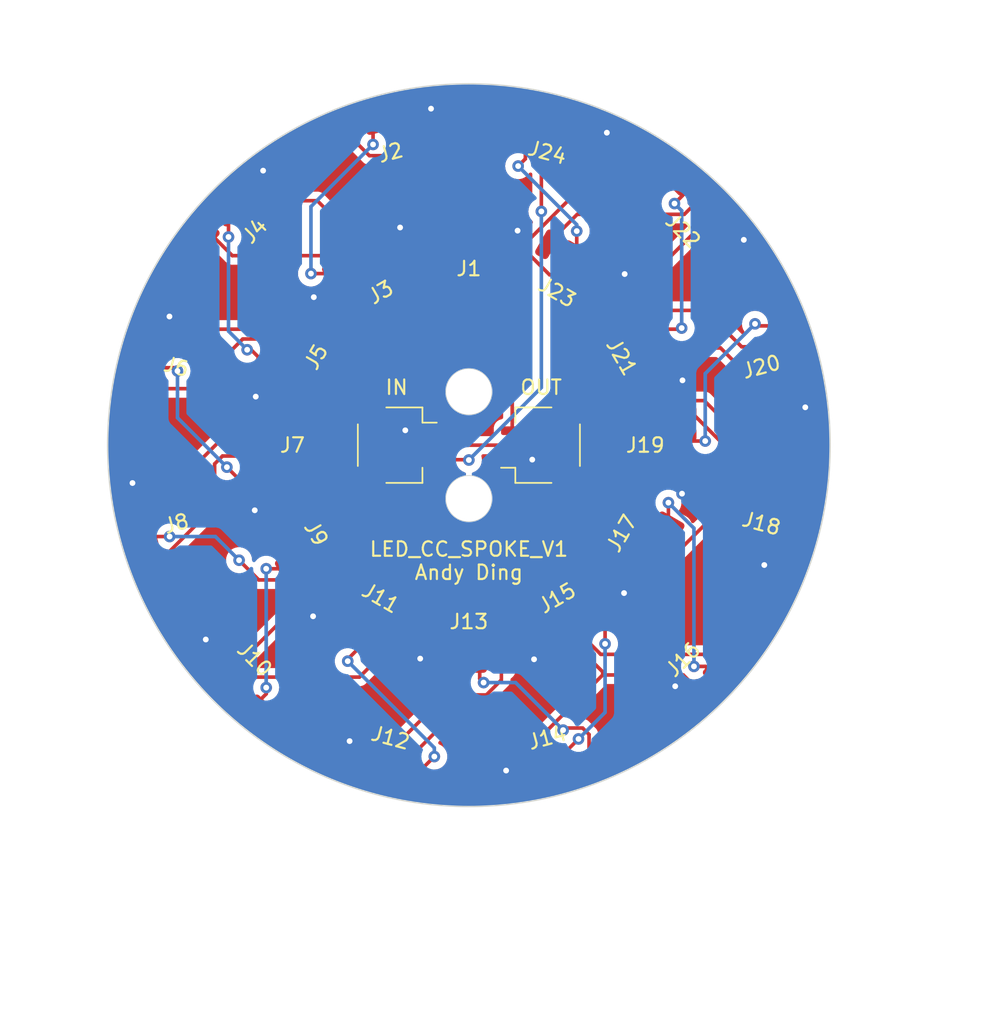
<source format=kicad_pcb>
(kicad_pcb (version 20221018) (generator pcbnew)
  (layers (0 "F.Cu" signal) (31 "B.Cu" signal) (34 "B.Paste" user) (35 "F.Paste" user) (36 "B.SilkS" user "B.Silkscreen") (37 "F.SilkS" user "F.Silkscreen") (38 "B.Mask" user) (39 "F.Mask" user) (44 "Edge.Cuts" user))
  (net 0 "")
  (net 1 "Net-(J1-Pin_3)")
  (net 2 "Net-(J2-Pin_3)")
  (net 3 "Net-(J3-Pin_3)")
  (net 4 "Net-(J4-Pin_3)")
  (net 5 "Net-(J5-Pin_3)")
  (net 6 "Net-(J6-Pin_3)")
  (net 7 "Net-(J7-Pin_3)")
  (net 8 "Net-(J8-Pin_3)")
  (net 9 "Net-(J10-Pin_3)")
  (net 10 "Net-(J10-Pin_4)")
  (net 11 "Net-(J11-Pin_3)")
  (net 12 "Net-(J12-Pin_3)")
  (net 13 "Net-(J14-Pin_3)")
  (net 14 "Net-(J15-Pin_3)")
  (net 15 "Net-(J16-Pin_3)")
  (net 16 "Net-(J17-Pin_3)")
  (net 17 "Net-(J18-Pin_3)")
  (net 18 "Net-(J19-Pin_3)")
  (net 19 "Net-(J20-Pin_3)")
  (net 20 "Net-(J21-Pin_3)")
  (net 21 "Net-(J22-Pin_3)")
  (net 22 "Net-(J23-Pin_3)")
  (net 23 "GND")
  (net 24 "VDD")
  (net 25 "Net-(J13-Pin_3)")
  (net 26 "DOUT")
  (net 27 "DIN")
  (footprint "Connector_JST:JST_SH_SM03B-SRSS-TB_1x03-1MP_P1.00mm_Horizontal" (layer "F.Cu") (at 155 100 90)
    (fp_text reference "OUT" (at 4 0 180) (layer "F.SilkS"))
    (fp_text value "Out")
    (fp_line (start -2.61 -1.785) (end -1.56 -1.785) (stroke (width 0.12)) (layer "F.SilkS"))
    (fp_line (start -2.61 0.715) (end -2.61 -1.785) (stroke (width 0.12)) (layer "F.SilkS"))
    (fp_line (start -1.56 -1.785) (end -1.56 -2.775) (stroke (width 0.12)) (layer "F.SilkS"))
    (fp_line (start -1.44 2.685) (end 1.44 2.685) (stroke (width 0.12)) (layer "F.SilkS"))
    (fp_line (start 2.61 -1.785) (end 1.56 -1.785) (stroke (width 0.12)) (layer "F.SilkS"))
    (fp_line (start 2.61 0.715) (end 2.61 -1.785) (stroke (width 0.12)) (layer "F.SilkS"))
    (pad "1" smd roundrect (at -1 -2 90) (size 0.6 1.55) (layers "F.Cu" "F.Paste" "F.Mask") (net 23 "GND"))
    (pad "2" smd roundrect (at 0 -2 90) (size 0.6 1.55) (layers "F.Cu" "F.Paste" "F.Mask") (net 24 "VDD"))
    (pad "3" smd roundrect (at 1 -2 90) (size 0.6 1.55) (layers "F.Cu" "F.Paste" "F.Mask") (net 26 "DOUT"))
    (pad "MP" smd roundrect (at -2.3 1.875 90) (size 1.2 1.8) (layers "F.Cu" "F.Paste" "F.Mask") (roundrect_rratio 0.2083333333))
    (pad "MP" smd roundrect (at 2.3 1.875 90) (size 1.2 1.8) (layers "F.Cu" "F.Paste" "F.Mask") (roundrect_rratio 0.2083333333))
  )
  (footprint "Library:SolderWirePad_1x04_SMD_1x2mm" (layer "F.Cu") (at 135.25 100 -90)
    (fp_text reference "J7" (at 0 -2.54 -180) (layer "F.SilkS"))
    (fp_text value "Conn_01x04")
    (pad "1" smd roundrect (at -2.25 0 270) (size 1 2) (layers "F.Cu" "F.Paste" "F.Mask") (net 23 "GND"))
    (pad "2" smd roundrect (at -0.75 0 270) (size 1 2) (layers "F.Cu" "F.Paste" "F.Mask") (net 24 "VDD"))
    (pad "3" smd roundrect (at 0.75 0 270) (size 1 2) (layers "F.Cu" "F.Paste" "F.Mask") (net 7 "Net-(J7-Pin_3)"))
    (pad "4" smd roundrect (at 2.25 0 270) (size 1 2) (layers "F.Cu" "F.Paste" "F.Mask") (net 6 "Net-(J6-Pin_3)"))
  )
  (footprint "Library:SolderWirePad_1x04_SMD_1x2mm" (layer "F.Cu") (at 172.699 106.0821 75)
    (fp_text reference "J18" (at 0 -2.54 165) (layer "F.SilkS"))
    (fp_text value "Conn_01x04")
    (pad "1" smd roundrect (at -2.25 0 75) (size 1 2) (layers "F.Cu" "F.Paste" "F.Mask") (net 23 "GND"))
    (pad "2" smd roundrect (at -0.75 0 75) (size 1 2) (layers "F.Cu" "F.Paste" "F.Mask") (net 24 "VDD"))
    (pad "3" smd roundrect (at 0.75 0 75) (size 1 2) (layers "F.Cu" "F.Paste" "F.Mask") (net 17 "Net-(J18-Pin_3)"))
    (pad "4" smd roundrect (at 2.25 0 75) (size 1 2) (layers "F.Cu" "F.Paste" "F.Mask") (net 16 "Net-(J17-Pin_3)"))
  )
  (footprint "Library:SolderWirePad_1x04_SMD_1x2mm" (layer "F.Cu") (at 137.2261 107.375 -60)
    (fp_text reference "J9" (at 0 -2.54 120) (layer "F.SilkS"))
    (fp_text value "Conn_01x04")
    (pad "1" smd roundrect (at -2.25 0 300) (size 1 2) (layers "F.Cu" "F.Paste" "F.Mask") (net 23 "GND"))
    (pad "2" smd roundrect (at -0.75 0 300) (size 1 2) (layers "F.Cu" "F.Paste" "F.Mask") (net 24 "VDD"))
    (pad "3" smd roundrect (at 0.75 0 300) (size 1 2) (layers "F.Cu" "F.Paste" "F.Mask") (net 10 "Net-(J10-Pin_4)"))
    (pad "4" smd roundrect (at 2.25 0 300) (size 1 2) (layers "F.Cu" "F.Paste" "F.Mask") (net 8 "Net-(J8-Pin_3)"))
  )
  (footprint "Library:SolderWirePad_1x04_SMD_1x2mm" (layer "F.Cu") (at 143.9179 122.699 -15)
    (fp_text reference "J12" (at 0 -2.54 165) (layer "F.SilkS"))
    (fp_text value "Conn_01x04")
    (pad "1" smd roundrect (at -2.25 0 345) (size 1 2) (layers "F.Cu" "F.Paste" "F.Mask") (net 23 "GND"))
    (pad "2" smd roundrect (at -0.75 0 345) (size 1 2) (layers "F.Cu" "F.Paste" "F.Mask") (net 24 "VDD"))
    (pad "3" smd roundrect (at 0.75 0 345) (size 1 2) (layers "F.Cu" "F.Paste" "F.Mask") (net 12 "Net-(J12-Pin_3)"))
    (pad "4" smd roundrect (at 2.25 0 345) (size 1 2) (layers "F.Cu" "F.Paste" "F.Mask") (net 11 "Net-(J11-Pin_3)"))
  )
  (footprint "Library:SolderWirePad_1x04_SMD_1x2mm" (layer "F.Cu") (at 166.6169 116.6168 45)
    (fp_text reference "J16" (at 0 -2.54 45) (layer "F.SilkS"))
    (fp_text value "Conn_01x04")
    (pad "1" smd roundrect (at -2.25 0 45) (size 1 2) (layers "F.Cu" "F.Paste" "F.Mask") (net 23 "GND"))
    (pad "2" smd roundrect (at -0.75 0 45) (size 1 2) (layers "F.Cu" "F.Paste" "F.Mask") (net 24 "VDD"))
    (pad "3" smd roundrect (at 0.75 0 45) (size 1 2) (layers "F.Cu" "F.Paste" "F.Mask") (net 15 "Net-(J16-Pin_3)"))
    (pad "4" smd roundrect (at 2.25 0 45) (size 1 2) (layers "F.Cu" "F.Paste" "F.Mask") (net 14 "Net-(J15-Pin_3)"))
  )
  (footprint "Library:SolderWirePad_1x04_SMD_1x2mm" (layer "F.Cu") (at 127.301 93.9179 -105)
    (fp_text reference "J6" (at 0 -2.54 -195) (layer "F.SilkS"))
    (fp_text value "Conn_01x04")
    (pad "1" smd roundrect (at -2.25 0 255) (size 1 2) (layers "F.Cu" "F.Paste" "F.Mask") (net 23 "GND"))
    (pad "2" smd roundrect (at -0.75 0 255) (size 1 2) (layers "F.Cu" "F.Paste" "F.Mask") (net 24 "VDD"))
    (pad "3" smd roundrect (at 0.75 0 255) (size 1 2) (layers "F.Cu" "F.Paste" "F.Mask") (net 6 "Net-(J6-Pin_3)"))
    (pad "4" smd roundrect (at 2.25 0 255) (size 1 2) (layers "F.Cu" "F.Paste" "F.Mask") (net 5 "Net-(J5-Pin_3)"))
  )
  (footprint "Library:SolderWirePad_1x04_SMD_1x2mm" (layer "F.Cu") (at 142.625 87.2261 -150)
    (fp_text reference "J3" (at 0 -2.54 30) (layer "F.SilkS"))
    (fp_text value "Conn_01x04")
    (pad "1" smd roundrect (at -2.25 0 210) (size 1 2) (layers "F.Cu" "F.Paste" "F.Mask") (net 23 "GND"))
    (pad "2" smd roundrect (at -0.75 0 210) (size 1 2) (layers "F.Cu" "F.Paste" "F.Mask") (net 24 "VDD"))
    (pad "3" smd roundrect (at 0.75 0 210) (size 1 2) (layers "F.Cu" "F.Paste" "F.Mask") (net 3 "Net-(J3-Pin_3)"))
    (pad "4" smd roundrect (at 2.25 0 210) (size 1 2) (layers "F.Cu" "F.Paste" "F.Mask") (net 2 "Net-(J2-Pin_3)"))
  )
  (footprint "Library:SolderWirePad_1x04_SMD_1x2mm" (layer "F.Cu") (at 143.9178 77.301 -165)
    (fp_text reference "J2" (at 0 -2.54 15) (layer "F.SilkS"))
    (fp_text value "Conn_01x04")
    (pad "1" smd roundrect (at -2.25 0 195) (size 1 2) (layers "F.Cu" "F.Paste" "F.Mask") (net 23 "GND"))
    (pad "2" smd roundrect (at -0.75 0 195) (size 1 2) (layers "F.Cu" "F.Paste" "F.Mask") (net 24 "VDD"))
    (pad "3" smd roundrect (at 0.75 0 195) (size 1 2) (layers "F.Cu" "F.Paste" "F.Mask") (net 2 "Net-(J2-Pin_3)"))
    (pad "4" smd roundrect (at 2.25 0 195) (size 1 2) (layers "F.Cu" "F.Paste" "F.Mask") (net 1 "Net-(J1-Pin_3)"))
  )
  (footprint "Library:SolderWirePad_1x04_SMD_1x2mm" (layer "F.Cu") (at 150 114.75)
    (fp_text reference "J13" (at 0 -2.54) (layer "F.SilkS"))
    (fp_text value "Conn_01x04")
    (pad "1" smd roundrect (at -2.25 0) (size 1 2) (layers "F.Cu" "F.Paste" "F.Mask") (net 23 "GND"))
    (pad "2" smd roundrect (at -0.75 0) (size 1 2) (layers "F.Cu" "F.Paste" "F.Mask") (net 24 "VDD"))
    (pad "3" smd roundrect (at 0.75 0) (size 1 2) (layers "F.Cu" "F.Paste" "F.Mask") (net 25 "Net-(J13-Pin_3)"))
    (pad "4" smd roundrect (at 2.25 0) (size 1 2) (layers "F.Cu" "F.Paste" "F.Mask") (net 12 "Net-(J12-Pin_3)"))
  )
  (footprint "Library:SolderWirePad_1x04_SMD_1x2mm" (layer "F.Cu") (at 166.6168 83.3831 135)
    (fp_text reference "J22" (at 0 -2.54 135) (layer "F.SilkS"))
    (fp_text value "Conn_01x04")
    (pad "1" smd roundrect (at -2.25 0 135) (size 1 2) (layers "F.Cu" "F.Paste" "F.Mask") (net 23 "GND"))
    (pad "2" smd roundrect (at -0.75 0 135) (size 1 2) (layers "F.Cu" "F.Paste" "F.Mask") (net 24 "VDD"))
    (pad "3" smd roundrect (at 0.75 0 135) (size 1 2) (layers "F.Cu" "F.Paste" "F.Mask") (net 21 "Net-(J22-Pin_3)"))
    (pad "4" smd roundrect (at 2.25 0 135) (size 1 2) (layers "F.Cu" "F.Paste" "F.Mask") (net 20 "Net-(J21-Pin_3)"))
  )
  (footprint "Library:SolderWirePad_1x04_SMD_1x2mm" (layer "F.Cu") (at 162.7739 92.625 120)
    (fp_text reference "J21" (at 0 -2.54 120) (layer "F.SilkS"))
    (fp_text value "Conn_01x04")
    (pad "1" smd roundrect (at -2.25 0 120) (size 1 2) (layers "F.Cu" "F.Paste" "F.Mask") (net 23 "GND"))
    (pad "2" smd roundrect (at -0.75 0 120) (size 1 2) (layers "F.Cu" "F.Paste" "F.Mask") (net 24 "VDD"))
    (pad "3" smd roundrect (at 0.75 0 120) (size 1 2) (layers "F.Cu" "F.Paste" "F.Mask") (net 20 "Net-(J21-Pin_3)"))
    (pad "4" smd roundrect (at 2.25 0 120) (size 1 2) (layers "F.Cu" "F.Paste" "F.Mask") (net 19 "Net-(J20-Pin_3)"))
  )
  (footprint "Library:SolderWirePad_1x04_SMD_1x2mm" (layer "F.Cu") (at 156.0823 122.699 15)
    (fp_text reference "J14" (at 0 -2.54 15) (layer "F.SilkS"))
    (fp_text value "Conn_01x04")
    (pad "1" smd roundrect (at -2.25 0 15) (size 1 2) (layers "F.Cu" "F.Paste" "F.Mask") (net 23 "GND"))
    (pad "2" smd roundrect (at -0.75 0 15) (size 1 2) (layers "F.Cu" "F.Paste" "F.Mask") (net 24 "VDD"))
    (pad "3" smd roundrect (at 0.75 0 15) (size 1 2) (layers "F.Cu" "F.Paste" "F.Mask") (net 13 "Net-(J14-Pin_3)"))
    (pad "4" smd roundrect (at 2.25 0 15) (size 1 2) (layers "F.Cu" "F.Paste" "F.Mask") (net 25 "Net-(J13-Pin_3)"))
  )
  (footprint "Library:SolderWirePad_1x04_SMD_1x2mm" (layer "F.Cu") (at 142.625 112.7739 -30)
    (fp_text reference "J11" (at 0 -2.54 150) (layer "F.SilkS"))
    (fp_text value "Conn_01x04")
    (pad "1" smd roundrect (at -2.25 0 330) (size 1 2) (layers "F.Cu" "F.Paste" "F.Mask") (net 23 "GND"))
    (pad "2" smd roundrect (at -0.75 0 330) (size 1 2) (layers "F.Cu" "F.Paste" "F.Mask") (net 24 "VDD"))
    (pad "3" smd roundrect (at 0.75 0 330) (size 1 2) (layers "F.Cu" "F.Paste" "F.Mask") (net 11 "Net-(J11-Pin_3)"))
    (pad "4" smd roundrect (at 2.25 0 330) (size 1 2) (layers "F.Cu" "F.Paste" "F.Mask") (net 9 "Net-(J10-Pin_3)"))
  )
  (footprint "Library:SolderWirePad_1x04_SMD_1x2mm" (layer "F.Cu") (at 137.2261 92.625 -120)
    (fp_text reference "J5" (at 0 -2.54 60) (layer "F.SilkS"))
    (fp_text value "Conn_01x04")
    (pad "1" smd roundrect (at -2.25 0 240) (size 1 2) (layers "F.Cu" "F.Paste" "F.Mask") (net 23 "GND"))
    (pad "2" smd roundrect (at -0.75 0 240) (size 1 2) (layers "F.Cu" "F.Paste" "F.Mask") (net 24 "VDD"))
    (pad "3" smd roundrect (at 0.75 0 240) (size 1 2) (layers "F.Cu" "F.Paste" "F.Mask") (net 5 "Net-(J5-Pin_3)"))
    (pad "4" smd roundrect (at 2.25 0 240) (size 1 2) (layers "F.Cu" "F.Paste" "F.Mask") (net 4 "Net-(J4-Pin_3)"))
  )
  (footprint "Library:SolderWirePad_1x04_SMD_1x2mm" (layer "F.Cu") (at 133.3831 83.3832 -135)
    (fp_text reference "J4" (at 0 -2.54 45) (layer "F.SilkS"))
    (fp_text value "Conn_01x04")
    (pad "1" smd roundrect (at -2.25 0 225) (size 1 2) (layers "F.Cu" "F.Paste" "F.Mask") (net 23 "GND"))
    (pad "2" smd roundrect (at -0.75 0 225) (size 1 2) (layers "F.Cu" "F.Paste" "F.Mask") (net 24 "VDD"))
    (pad "3" smd roundrect (at 0.75 0 225) (size 1 2) (layers "F.Cu" "F.Paste" "F.Mask") (net 4 "Net-(J4-Pin_3)"))
    (pad "4" smd roundrect (at 2.25 0 225) (size 1 2) (layers "F.Cu" "F.Paste" "F.Mask") (net 3 "Net-(J3-Pin_3)"))
  )
  (footprint "Library:SolderWirePad_1x04_SMD_1x2mm" (layer "F.Cu") (at 133.3832 116.6169 -45)
    (fp_text reference "J10" (at 0 -2.54 135) (layer "F.SilkS"))
    (fp_text value "Conn_01x04")
    (pad "1" smd roundrect (at -2.25 0 315) (size 1 2) (layers "F.Cu" "F.Paste" "F.Mask") (net 23 "GND"))
    (pad "2" smd roundrect (at -0.75 0 315) (size 1 2) (layers "F.Cu" "F.Paste" "F.Mask") (net 24 "VDD"))
    (pad "3" smd roundrect (at 0.75 0 315) (size 1 2) (layers "F.Cu" "F.Paste" "F.Mask") (net 9 "Net-(J10-Pin_3)"))
    (pad "4" smd roundrect (at 2.25 0 315) (size 1 2) (layers "F.Cu" "F.Paste" "F.Mask") (net 10 "Net-(J10-Pin_4)"))
  )
  (footprint "Library:SolderWirePad_1x04_SMD_1x2mm" (layer "F.Cu") (at 164.75 100 90)
    (fp_text reference "J19" (at 0 -2.54) (layer "F.SilkS"))
    (fp_text value "Conn_01x04")
    (pad "1" smd roundrect (at -2.25 0 90) (size 1 2) (layers "F.Cu" "F.Paste" "F.Mask") (net 23 "GND"))
    (pad "2" smd roundrect (at -0.75 0 90) (size 1 2) (layers "F.Cu" "F.Paste" "F.Mask") (net 24 "VDD"))
    (pad "3" smd roundrect (at 0.75 0 90) (size 1 2) (layers "F.Cu" "F.Paste" "F.Mask") (net 18 "Net-(J19-Pin_3)"))
    (pad "4" smd roundrect (at 2.25 0 90) (size 1 2) (layers "F.Cu" "F.Paste" "F.Mask") (net 17 "Net-(J18-Pin_3)"))
  )
  (footprint "Library:SolderWirePad_1x04_SMD_1x2mm" (layer "F.Cu") (at 172.699 93.9177 105)
    (fp_text reference "J20" (at 0 -2.54 195) (layer "F.SilkS"))
    (fp_text value "Conn_01x04")
    (pad "1" smd roundrect (at -2.25 0 105) (size 1 2) (layers "F.Cu" "F.Paste" "F.Mask") (net 23 "GND"))
    (pad "2" smd roundrect (at -0.75 0 105) (size 1 2) (layers "F.Cu" "F.Paste" "F.Mask") (net 24 "VDD"))
    (pad "3" smd roundrect (at 0.75 0 105) (size 1 2) (layers "F.Cu" "F.Paste" "F.Mask") (net 19 "Net-(J20-Pin_3)"))
    (pad "4" smd roundrect (at 2.25 0 105) (size 1 2) (layers "F.Cu" "F.Paste" "F.Mask") (net 18 "Net-(J19-Pin_3)"))
  )
  (footprint "Library:SolderWirePad_1x04_SMD_1x2mm" (layer "F.Cu") (at 150 85.25 180)
    (fp_text reference "J1" (at 0 -2.54) (layer "F.SilkS"))
    (fp_text value "Conn_01x04")
    (pad "1" smd roundrect (at -2.25 0 180) (size 1 2) (layers "F.Cu" "F.Paste" "F.Mask") (net 23 "GND"))
    (pad "2" smd roundrect (at -0.75 0 180) (size 1 2) (layers "F.Cu" "F.Paste" "F.Mask") (net 24 "VDD"))
    (pad "3" smd roundrect (at 0.75 0 180) (size 1 2) (layers "F.Cu" "F.Paste" "F.Mask") (net 1 "Net-(J1-Pin_3)"))
    (pad "4" smd roundrect (at 2.25 0 180) (size 1 2) (layers "F.Cu" "F.Paste" "F.Mask") (net 26 "DOUT"))
  )
  (footprint "Library:SolderWirePad_1x04_SMD_1x2mm" (layer "F.Cu") (at 157.375 112.7739 30)
    (fp_text reference "J15" (at 0 -2.54 30) (layer "F.SilkS"))
    (fp_text value "Conn_01x04")
    (pad "1" smd roundrect (at -2.25 0 30) (size 1 2) (layers "F.Cu" "F.Paste" "F.Mask") (net 23 "GND"))
    (pad "2" smd roundrect (at -0.75 0 30) (size 1 2) (layers "F.Cu" "F.Paste" "F.Mask") (net 24 "VDD"))
    (pad "3" smd roundrect (at 0.75 0 30) (size 1 2) (layers "F.Cu" "F.Paste" "F.Mask") (net 14 "Net-(J15-Pin_3)"))
    (pad "4" smd roundrect (at 2.25 0 30) (size 1 2) (layers "F.Cu" "F.Paste" "F.Mask") (net 13 "Net-(J14-Pin_3)"))
  )
  (footprint "Connector_JST:JST_SH_SM03B-SRSS-TB_1x03-1MP_P1.00mm_Horizontal" (layer "F.Cu") (at 145 100 -90)
    (fp_text reference "IN" (at -4 0 180) (layer "F.SilkS"))
    (fp_text value "In")
    (fp_line (start -2.61 -1.785) (end -1.56 -1.785) (stroke (width 0.12)) (layer "F.SilkS"))
    (fp_line (start -2.61 0.715) (end -2.61 -1.785) (stroke (width 0.12)) (layer "F.SilkS"))
    (fp_line (start -1.56 -1.785) (end -1.56 -2.775) (stroke (width 0.12)) (layer "F.SilkS"))
    (fp_line (start -1.44 2.685) (end 1.44 2.685) (stroke (width 0.12)) (layer "F.SilkS"))
    (fp_line (start 2.61 -1.785) (end 1.56 -1.785) (stroke (width 0.12)) (layer "F.SilkS"))
    (fp_line (start 2.61 0.715) (end 2.61 -1.785) (stroke (width 0.12)) (layer "F.SilkS"))
    (pad "1" smd roundrect (at -1 -2 270) (size 0.6 1.55) (layers "F.Cu" "F.Paste" "F.Mask") (net 23 "GND"))
    (pad "2" smd roundrect (at 0 -2 270) (size 0.6 1.55) (layers "F.Cu" "F.Paste" "F.Mask") (net 24 "VDD"))
    (pad "3" smd roundrect (at 1 -2 270) (size 0.6 1.55) (layers "F.Cu" "F.Paste" "F.Mask") (net 27 "DIN"))
    (pad "MP" smd roundrect (at -2.3 1.875 270) (size 1.2 1.8) (layers "F.Cu" "F.Paste" "F.Mask") (roundrect_rratio 0.2083333333))
    (pad "MP" smd roundrect (at 2.3 1.875 270) (size 1.2 1.8) (layers "F.Cu" "F.Paste" "F.Mask") (roundrect_rratio 0.2083333333))
  )
  (footprint "Library:SolderWirePad_1x04_SMD_1x2mm" (layer "F.Cu") (at 156.0821 77.301 165)
    (fp_text reference "J24" (at 0 -2.54 165) (layer "F.SilkS"))
    (fp_text value "Conn_01x04")
    (pad "1" smd roundrect (at -2.25 0 165) (size 1 2) (layers "F.Cu" "F.Paste" "F.Mask") (net 23 "GND"))
    (pad "2" smd roundrect (at -0.75 0 165) (size 1 2) (layers "F.Cu" "F.Paste" "F.Mask") (net 24 "VDD"))
    (pad "3" smd roundrect (at 0.75 0 165) (size 1 2) (layers "F.Cu" "F.Paste" "F.Mask") (net 27 "DIN"))
    (pad "4" smd roundrect (at 2.25 0 165) (size 1 2) (layers "F.Cu" "F.Paste" "F.Mask") (net 22 "Net-(J23-Pin_3)"))
  )
  (footprint "Library:SolderWirePad_1x04_SMD_1x2mm" (layer "F.Cu") (at 127.301 106.0822 -75)
    (fp_text reference "J8" (at 0 -2.54 -165) (layer "F.SilkS"))
    (fp_text value "Conn_01x04")
    (pad "1" smd roundrect (at -2.25 0 285) (size 1 2) (layers "F.Cu" "F.Paste" "F.Mask") (net 23 "GND"))
    (pad "2" smd roundrect (at -0.75 0 285) (size 1 2) (layers "F.Cu" "F.Paste" "F.Mask") (net 24 "VDD"))
    (pad "3" smd roundrect (at 0.75 0 285) (size 1 2) (layers "F.Cu" "F.Paste" "F.Mask") (net 8 "Net-(J8-Pin_3)"))
    (pad "4" smd roundrect (at 2.25 0 285) (size 1 2) (layers "F.Cu" "F.Paste" "F.Mask") (net 7 "Net-(J7-Pin_3)"))
  )
  (footprint "Library:SolderWirePad_1x04_SMD_1x2mm" (layer "F.Cu") (at 162.7739 107.375 60)
    (fp_text reference "J17" (at 0 -2.54 60) (layer "F.SilkS"))
    (fp_text value "Conn_01x04")
    (pad "1" smd roundrect (at -2.25 0 60) (size 1 2) (layers "F.Cu" "F.Paste" "F.Mask") (net 23 "GND"))
    (pad "2" smd roundrect (at -0.75 0 60) (size 1 2) (layers "F.Cu" "F.Paste" "F.Mask") (net 24 "VDD"))
    (pad "3" smd roundrect (at 0.75 0 60) (size 1 2) (layers "F.Cu" "F.Paste" "F.Mask") (net 16 "Net-(J17-Pin_3)"))
    (pad "4" smd roundrect (at 2.25 0 60) (size 1 2) (layers "F.Cu" "F.Paste" "F.Mask") (net 15 "Net-(J16-Pin_3)"))
  )
  (footprint "Library:SolderWirePad_1x04_SMD_1x2mm" (layer "F.Cu") (at 157.375 87.2261 150)
    (fp_text reference "J23" (at 0 -2.54 150) (layer "F.SilkS"))
    (fp_text value "Conn_01x04")
    (pad "1" smd roundrect (at -2.25 0 150) (size 1 2) (layers "F.Cu" "F.Paste" "F.Mask") (net 23 "GND"))
    (pad "2" smd roundrect (at -0.75 0 150) (size 1 2) (layers "F.Cu" "F.Paste" "F.Mask") (net 24 "VDD"))
    (pad "3" smd roundrect (at 0.75 0 150) (size 1 2) (layers "F.Cu" "F.Paste" "F.Mask") (net 22 "Net-(J23-Pin_3)"))
    (pad "4" smd roundrect (at 2.25 0 150) (size 1 2) (layers "F.Cu" "F.Paste" "F.Mask") (net 21 "Net-(J22-Pin_3)"))
  )
  (gr_circle (center 150 103.7) (end 151.6 103.7) (stroke (width 0.05)) (fill none) (layer "Edge.Cuts"))
  (gr_circle (center 150 96.3) (end 151.6 96.3) (stroke (width 0.05)) (fill none) (layer "Edge.Cuts"))
  (gr_circle (center 150 100) (end 175 100) (stroke (width 0.1)) (fill none) (layer "Edge.Cuts"))
  (gr_text "LED_CC_SPOKE_V1\nAndy Ding" (at 150 108) (layer "F.SilkS") (effects (font (size 1 1))))
  (segment (start 141.7445 77.8833) (end 141.7445 78.6006) (width 0.25) (layer "F.Cu") (net 1))
  (segment (start 141.7445 78.6006) (end 143.1152 79.9713) (width 0.25) (layer "F.Cu") (net 1))
  (segment (start 144.3396 79.9713) (end 149.25 84.8817) (width 0.25) (layer "F.Cu") (net 1))
  (segment (start 149.25 84.8817) (end 149.25 85.25) (width 0.25) (layer "F.Cu") (net 1))
  (segment (start 143.1152 79.9713) (end 144.3396 79.9713) (width 0.25) (layer "F.Cu") (net 1))
  (segment (start 139.0708 88.1286) (end 140.4539 88.1286) (width 0.25) (layer "F.Cu") (net 2))
  (segment (start 143.1934 77.4951) (end 143.3677 77.6694) (width 0.25) (layer "F.Cu") (net 2))
  (segment (start 143.3677 77.6694) (end 143.3677 79.1959) (width 0.25) (layer "F.Cu") (net 2))
  (segment (start 140.4539 88.1286) (end 140.6764 88.3511) (width 0.25) (layer "F.Cu") (net 2))
  (via (at 143.3677 79.1959) (size 0.8) (drill 0.4) (layers "F.Cu" "B.Cu") (net 2))
  (via (at 139.0708 88.1286) (size 0.8) (drill 0.4) (layers "F.Cu" "B.Cu") (net 2))
  (segment (start 139.0708 83.4928) (end 139.0708 88.1286) (width 0.25) (layer "B.Cu") (net 2))
  (segment (start 143.3677 79.1959) (end 139.0708 83.4928) (width 0.25) (layer "B.Cu") (net 2))
  (segment (start 141.263 86.8886) (end 141.9755 87.6011) (width 0.25) (layer "F.Cu") (net 3))
  (segment (start 133.6306 86.8886) (end 141.263 86.8886) (width 0.25) (layer "F.Cu") (net 3))
  (segment (start 131.7921 84.9742) (end 131.7921 85.0501) (width 0.25) (layer "F.Cu") (net 3))
  (segment (start 131.7921 85.0501) (end 133.6306 86.8886) (width 0.25) (layer "F.Cu") (net 3))
  (segment (start 134.6559 93.399) (end 134.6559 93.3989) (width 0.25) (layer "F.Cu") (net 4))
  (segment (start 134.9265 93.399) (end 134.6559 93.399) (width 0.25) (layer "F.Cu") (net 4))
  (segment (start 132.8528 83.9135) (end 133.3638 84.4245) (width 0.25) (layer "F.Cu") (net 4))
  (segment (start 133.3638 84.4245) (end 133.3638 85.5939) (width 0.25) (layer "F.Cu") (net 4))
  (segment (start 136.1011 94.5736) (end 134.9265 93.399) (width 0.25) (layer "F.Cu") (net 4))
  (via (at 133.3638 85.5939) (size 0.8) (drill 0.4) (layers "F.Cu" "B.Cu") (net 4))
  (via (at 134.6559 93.3989) (size 0.8) (drill 0.4) (layers "F.Cu" "B.Cu") (net 4))
  (segment (start 133.3638 92.1068) (end 134.6559 93.3989) (width 0.25) (layer "B.Cu") (net 4))
  (segment (start 133.3638 85.5939) (end 133.3638 92.1068) (width 0.25) (layer "B.Cu") (net 4))
  (segment (start 134.3519 92.6536) (end 130.9143 96.0912) (width 0.25) (layer "F.Cu") (net 5))
  (segment (start 136.8511 93.2745) (end 136.2302 92.6536) (width 0.25) (layer "F.Cu") (net 5))
  (segment (start 130.9143 96.0912) (end 126.7187 96.0912) (width 0.25) (layer "F.Cu") (net 5))
  (segment (start 136.2302 92.6536) (end 134.3519 92.6536) (width 0.25) (layer "F.Cu") (net 5))
  (segment (start 127.1069 94.6423) (end 129.6089 94.6423) (width 0.25) (layer "F.Cu") (net 6))
  (segment (start 133.9809 102.25) (end 135.25 102.25) (width 0.25) (layer "F.Cu") (net 6))
  (segment (start 133.2525 101.5216) (end 133.9809 102.25) (width 0.25) (layer "F.Cu") (net 6))
  (segment (start 129.6089 94.6423) (end 129.833 94.8664) (width 0.25) (layer "F.Cu") (net 6))
  (via (at 129.833 94.8664) (size 0.8) (drill 0.4) (layers "F.Cu" "B.Cu") (net 6))
  (via (at 133.2525 101.5216) (size 0.8) (drill 0.4) (layers "F.Cu" "B.Cu") (net 6))
  (segment (start 129.833 94.8664) (end 129.833 98.1021) (width 0.25) (layer "B.Cu") (net 6))
  (segment (start 129.833 98.1021) (end 133.2525 101.5216) (width 0.25) (layer "B.Cu") (net 6))
  (segment (start 127.8833 108.2555) (end 128.3817 108.2555) (width 0.25) (layer "F.Cu") (net 7))
  (segment (start 132.4035 101.296) (end 132.9495 100.75) (width 0.25) (layer "F.Cu") (net 7))
  (segment (start 128.3817 108.2555) (end 132.4035 104.2337) (width 0.25) (layer "F.Cu") (net 7))
  (segment (start 132.4035 104.2337) (end 132.4035 101.296) (width 0.25) (layer "F.Cu") (net 7))
  (segment (start 132.9495 100.75) (end 135.25 100.75) (width 0.25) (layer "F.Cu") (net 7))
  (segment (start 127.9805 106.3212) (end 129.288 106.3212) (width 0.25) (layer "F.Cu") (net 8))
  (segment (start 127.4951 106.8066) (end 127.9805 106.3212) (width 0.25) (layer "F.Cu") (net 8))
  (segment (start 135.4602 109.3236) (end 138.3511 109.3236) (width 0.25) (layer "F.Cu") (net 8))
  (segment (start 134.0968 107.9602) (end 135.4602 109.3236) (width 0.25) (layer "F.Cu") (net 8))
  (via (at 129.288 106.3212) (size 0.8) (drill 0.4) (layers "F.Cu" "B.Cu") (net 8))
  (via (at 134.0968 107.9602) (size 0.8) (drill 0.4) (layers "F.Cu" "B.Cu") (net 8))
  (segment (start 132.4578 106.3212) (end 134.0968 107.9602) (width 0.25) (layer "B.Cu") (net 8))
  (segment (start 129.288 106.3212) (end 132.4578 106.3212) (width 0.25) (layer "B.Cu") (net 8))
  (segment (start 142.4264 116.0461) (end 135.0146 116.0461) (width 0.25) (layer "F.Cu") (net 9))
  (segment (start 135.0146 116.0461) (end 133.9135 117.1472) (width 0.25) (layer "F.Cu") (net 9))
  (segment (start 144.5736 113.8989) (end 142.4264 116.0461) (width 0.25) (layer "F.Cu") (net 9))
  (segment (start 135.973 117.2091) (end 135.973 116.773) (width 0.25) (layer "F.Cu") (net 10))
  (segment (start 137.6011 108.0245) (end 137.0762 108.5494) (width 0.25) (layer "F.Cu") (net 10))
  (segment (start 137.0762 108.5494) (end 135.973 108.5494) (width 0.25) (layer "F.Cu") (net 10))
  (segment (start 134.9742 118.2079) (end 135.973 117.2091) (width 0.25) (layer "F.Cu") (net 10))
  (segment (start 135.973 108.5494) (end 135.973 108.5495) (width 0.25) (layer "F.Cu") (net 10))
  (via (at 135.973 116.773) (size 0.8) (drill 0.4) (layers "F.Cu" "B.Cu") (net 10))
  (via (at 135.973 108.5495) (size 0.8) (drill 0.4) (layers "F.Cu" "B.Cu") (net 10))
  (segment (start 135.973 116.773) (end 135.973 108.5495) (width 0.25) (layer "B.Cu") (net 10))
  (segment (start 147.6093 121.5435) (end 146.0912 123.0616) (width 0.25) (layer "F.Cu") (net 11))
  (segment (start 146.0912 123.0616) (end 146.0912 123.2813) (width 0.25) (layer "F.Cu") (net 11))
  (segment (start 141.6156 114.8078) (end 141.6156 114.9447) (width 0.25) (layer "F.Cu") (net 11))
  (segment (start 143.2745 113.1489) (end 141.6156 114.8078) (width 0.25) (layer "F.Cu") (net 11))
  (via (at 141.6156 114.9447) (size 0.8) (drill 0.4) (layers "F.Cu" "B.Cu") (net 11))
  (via (at 147.6093 121.5435) (size 0.8) (drill 0.4) (layers "F.Cu" "B.Cu") (net 11))
  (segment (start 147.6093 120.9384) (end 147.6093 121.5435) (width 0.25) (layer "B.Cu") (net 11))
  (segment (start 141.6156 114.9447) (end 147.6093 120.9384) (width 0.25) (layer "B.Cu") (net 11))
  (segment (start 152.25 114.75) (end 152.25 116.2407) (width 0.25) (layer "F.Cu") (net 12))
  (segment (start 150.2556 117.2798) (end 144.6423 122.8931) (width 0.25) (layer "F.Cu") (net 12))
  (segment (start 152.25 116.2407) (end 151.2109 117.2798) (width 0.25) (layer "F.Cu") (net 12))
  (segment (start 151.2109 117.2798) (end 150.2556 117.2798) (width 0.25) (layer "F.Cu") (net 12))
  (segment (start 159.4254 111.7507) (end 159.4254 113.7454) (width 0.25) (layer "F.Cu") (net 13))
  (segment (start 159.3236 111.6489) (end 159.4254 111.7507) (width 0.25) (layer "F.Cu") (net 13))
  (segment (start 157.5883 120.3257) (end 156.8067 121.1073) (width 0.25) (layer "F.Cu") (net 13))
  (segment (start 156.8067 121.1073) (end 156.8067 122.5049) (width 0.25) (layer "F.Cu") (net 13))
  (via (at 157.5883 120.3257) (size 0.8) (drill 0.4) (layers "F.Cu" "B.Cu") (net 13))
  (via (at 159.4254 113.7454) (size 0.8) (drill 0.4) (layers "F.Cu" "B.Cu") (net 13))
  (segment (start 159.4254 118.4886) (end 157.5883 120.3257) (width 0.25) (layer "B.Cu") (net 13))
  (segment (start 159.4254 113.7454) (end 159.4254 118.4886) (width 0.25) (layer "B.Cu") (net 13))
  (segment (start 158.0245 113.3724) (end 159.1244 114.4723) (width 0.25) (layer "F.Cu") (net 14))
  (segment (start 159.1244 114.4723) (end 167.6544 114.4723) (width 0.25) (layer "F.Cu") (net 14))
  (segment (start 158.0245 112.3989) (end 158.0245 113.3724) (width 0.25) (layer "F.Cu") (net 14))
  (segment (start 167.6544 114.4723) (end 168.2079 115.0258) (width 0.25) (layer "F.Cu") (net 14))
  (segment (start 163.8084 105.3359) (end 163.8084 103.9782) (width 0.25) (layer "F.Cu") (net 15))
  (segment (start 166.3673 115.3066) (end 167.1472 116.0865) (width 0.25) (layer "F.Cu") (net 15))
  (segment (start 163.8989 105.4264) (end 163.8084 105.3359) (width 0.25) (layer "F.Cu") (net 15))
  (segment (start 165.5764 115.3066) (end 166.3673 115.3066) (width 0.25) (layer "F.Cu") (net 15))
  (via (at 165.5764 115.3066) (size 0.8) (drill 0.4) (layers "F.Cu" "B.Cu") (net 15))
  (via (at 163.8084 103.9782) (size 0.8) (drill 0.4) (layers "F.Cu" "B.Cu") (net 15))
  (segment (start 165.5764 105.7462) (end 165.5764 115.3066) (width 0.25) (layer "B.Cu") (net 15))
  (segment (start 163.8084 103.9782) (end 165.5764 105.7462) (width 0.25) (layer "B.Cu") (net 15))
  (segment (start 173.2813 103.9088) (end 166.2905 96.918) (width 0.25) (layer "F.Cu") (net 16))
  (segment (start 166.2905 96.918) (end 163.7509 96.918) (width 0.25) (layer "F.Cu") (net 16))
  (segment (start 163.7509 96.918) (end 162.546 98.1229) (width 0.25) (layer "F.Cu") (net 16))
  (segment (start 162.546 106.1226) (end 163.1489 106.7255) (width 0.25) (layer "F.Cu") (net 16))
  (segment (start 162.546 98.1229) (end 162.546 106.1226) (width 0.25) (layer "F.Cu") (net 16))
  (segment (start 172.8931 105.3577) (end 172.8931 105.2226) (width 0.25) (layer "F.Cu") (net 17))
  (segment (start 165.4205 97.75) (end 164.75 97.75) (width 0.25) (layer "F.Cu") (net 17))
  (segment (start 172.8931 105.2226) (end 165.4205 97.75) (width 0.25) (layer "F.Cu") (net 17))
  (segment (start 166.3567 99.7142) (end 165.2142 99.7142) (width 0.25) (layer "F.Cu") (net 18))
  (segment (start 165.2142 99.7142) (end 164.75 99.25) (width 0.25) (layer "F.Cu") (net 18))
  (segment (start 172.1167 91.7444) (end 169.9408 91.7444) (width 0.25) (layer "F.Cu") (net 18))
  (segment (start 169.9408 91.7444) (end 169.8021 91.6057) (width 0.25) (layer "F.Cu") (net 18))
  (via (at 169.8021 91.6057) (size 0.8) (drill 0.4) (layers "F.Cu" "B.Cu") (net 18))
  (via (at 166.3567 99.7142) (size 0.8) (drill 0.4) (layers "F.Cu" "B.Cu") (net 18))
  (segment (start 169.8021 91.6057) (end 166.3567 95.0511) (width 0.25) (layer "B.Cu") (net 18))
  (segment (start 166.3567 95.0511) (end 166.3567 99.7142) (width 0.25) (layer "B.Cu") (net 18))
  (segment (start 172.5049 93.1933) (end 168.8798 93.1933) (width 0.25) (layer "F.Cu") (net 19))
  (segment (start 166.3629 90.6764) (end 161.6489 90.6764) (width 0.25) (layer "F.Cu") (net 19))
  (segment (start 168.8798 93.1933) (end 166.3629 90.6764) (width 0.25) (layer "F.Cu") (net 19))
  (segment (start 164.2313 83.2825) (end 165.0258 82.488) (width 0.25) (layer "F.Cu") (net 20))
  (segment (start 162.3989 91.9755) (end 164.6507 91.9755) (width 0.25) (layer "F.Cu") (net 20))
  (segment (start 164.6507 91.9755) (end 164.7265 91.8997) (width 0.25) (layer "F.Cu") (net 20))
  (segment (start 165.0258 82.488) (end 165.0258 81.7921) (width 0.25) (layer "F.Cu") (net 20))
  (via (at 164.2313 83.2825) (size 0.8) (drill 0.4) (layers "F.Cu" "B.Cu") (net 20))
  (via (at 164.7265 91.8997) (size 0.8) (drill 0.4) (layers "F.Cu" "B.Cu") (net 20))
  (segment (start 164.7265 83.7777) (end 164.7265 91.8997) (width 0.25) (layer "B.Cu") (net 20))
  (segment (start 164.2313 83.2825) (end 164.7265 83.7777) (width 0.25) (layer "B.Cu") (net 20))
  (segment (start 155.4264 86.1011) (end 157.4979 84.0296) (width 0.25) (layer "F.Cu") (net 21))
  (segment (start 157.4979 84.0296) (end 164.9097 84.0296) (width 0.25) (layer "F.Cu") (net 21))
  (segment (start 164.9097 84.0296) (end 166.0865 82.8528) (width 0.25) (layer "F.Cu") (net 21))
  (segment (start 157.4648 86.1118) (end 157.4648 85.187) (width 0.25) (layer "F.Cu") (net 22))
  (segment (start 153.9088 80.1918) (end 153.9088 76.7187) (width 0.25) (layer "F.Cu") (net 22))
  (segment (start 156.7255 86.8511) (end 157.4648 86.1118) (width 0.25) (layer "F.Cu") (net 22))
  (segment (start 153.4103 80.6903) (end 153.9088 80.1918) (width 0.25) (layer "F.Cu") (net 22))
  (via (at 157.4648 85.187) (size 0.8) (drill 0.4) (layers "F.Cu" "B.Cu") (net 22))
  (via (at 153.4103 80.6903) (size 0.8) (drill 0.4) (layers "F.Cu" "B.Cu") (net 22))
  (segment (start 157.4648 84.7448) (end 153.4103 80.6903) (width 0.25) (layer "B.Cu") (net 22))
  (segment (start 157.4648 85.187) (end 157.4648 84.7448) (width 0.25) (layer "B.Cu") (net 22))
  (segment (start 146.0911 76.7187) (end 147.3801 76.7187) (width 0.25) (layer "F.Cu") (net 23))
  (segment (start 147.7328 114.7672) (end 147.75 114.75) (width 0.25) (layer "F.Cu") (net 23))
  (segment (start 154.5102 114.8151) (end 155.4264 113.8989) (width 0.25) (layer "F.Cu") (net 23))
  (segment (start 141.7446 120.4748) (end 141.7446 122.1167) (width 0.25) (layer "F.Cu") (net 23))
  (segment (start 164.7825 95.5147) (end 163.8989 94.6311) (width 0.25) (layer "F.Cu") (net 23))
  (segment (start 160.7394 110.233) (end 160.7394 110.2331) (width 0.25) (layer "F.Cu") (net 23))
  (segment (start 144.5736 85.6073) (end 144.5736 86.1011) (width 0.25) (layer "F.Cu") (net 23))
  (segment (start 169.027 85.7933) (end 168.2078 84.9741) (width 0.25) (layer "F.Cu") (net 23))
  (segment (start 135.25 97.75) (end 135.25 96.641) (width 0.25) (layer "F.Cu") (net 23))
  (segment (start 146.6309 114.7672) (end 147.7328 114.7672) (width 0.25) (layer "F.Cu") (net 23))
  (segment (start 160.7395 110.233) (end 160.7394 110.233) (width 0.25) (layer "F.Cu") (net 23))
  (segment (start 136.1011 105.4264) (end 135.18 104.5053) (width 0.25) (layer "F.Cu") (net 23))
  (segment (start 161.6489 109.3236) (end 160.7395 110.233) (width 0.25) (layer "F.Cu") (net 23))
  (segment (start 145.2401 84.9408) (end 144.5736 85.6073) (width 0.25) (layer "F.Cu") (net 23))
  (segment (start 139.218 111.8397) (end 140.4856 111.8397) (width 0.25) (layer "F.Cu") (net 23))
  (segment (start 153 101) (end 154.3846 101) (width 0.25) (layer "F.Cu") (net 23))
  (segment (start 164.2791 116.6796) (end 165.0259 117.4264) (width 0.25) (layer "F.Cu") (net 23))
  (segment (start 170.4446 108.2926) (end 172.0795 108.2926) (width 0.25) (layer "F.Cu") (net 23))
  (segment (start 172.0795 108.2926) (end 172.1167 108.2554) (width 0.25) (layer "F.Cu") (net 23))
  (segment (start 160.7816 88.1596) (end 159.5151 88.1596) (width 0.25) (layer "F.Cu") (net 23))
  (segment (start 158.7525 78.3804) (end 158.2554 77.8833) (width 0.25) (layer "F.Cu") (net 23))
  (segment (start 135.76 81.0063) (end 134.9741 81.7922) (width 0.25) (layer "F.Cu") (net 23))
  (segment (start 128.5303 91.0976) (end 127.8833 91.7446) (width 0.25) (layer "F.Cu") (net 23))
  (segment (start 165.0259 117.4264) (end 165.0259 118.2078) (width 0.25) (layer "F.Cu") (net 23))
  (segment (start 146.9717 98.9717) (end 147 99) (width 0.25) (layer "F.Cu") (net 23))
  (segment (start 159.5151 88.1596) (end 159.3236 88.3511) (width 0.25) (layer "F.Cu") (net 23))
  (segment (start 159.5484 78.3804) (end 158.7525 78.3804) (width 0.25) (layer "F.Cu") (net 23))
  (segment (start 126.7187 103.9089) (end 126.7187 102.6189) (width 0.25) (layer "F.Cu") (net 23))
  (segment (start 152.3417 85.1583) (end 153.3706 85.1583) (width 0.25) (layer "F.Cu") (net 23))
  (segment (start 139.267 89.7605) (end 138.3511 90.6764) (width 0.25) (layer "F.Cu") (net 23))
  (segment (start 140.4856 111.8397) (end 140.6764 111.6489) (width 0.25) (layer "F.Cu") (net 23))
  (segment (start 131.7922 113.4456) (end 131.7922 115.0259) (width 0.25) (layer "F.Cu") (net 23))
  (segment (start 129.2782 91.0976) (end 128.5303 91.0976) (width 0.25) (layer "F.Cu") (net 23))
  (segment (start 164.75 102.25) (end 164.75 103.3547) (width 0.25) (layer "F.Cu") (net 23))
  (segment (start 152.25 85.25) (end 152.3417 85.1583) (width 0.25) (layer "F.Cu") (net 23))
  (segment (start 153.1399 122.5122) (end 153.909 123.2813) (width 0.25) (layer "F.Cu") (net 23))
  (segment (start 145.5994 98.9717) (end 146.9717 98.9717) (width 0.25) (layer "F.Cu") (net 23))
  (segment (start 152.5771 122.5122) (end 153.1399 122.5122) (width 0.25) (layer "F.Cu") (net 23))
  (segment (start 163.8989 94.6311) (end 163.8989 94.5736) (width 0.25) (layer "F.Cu") (net 23))
  (segment (start 173.2813 96.091) (end 173.2813 97.3803) (width 0.25) (layer "F.Cu") (net 23))
  (via (at 153.3706 85.1583) (size 0.8) (drill 0.4) (layers "F.Cu" "B.Cu") (net 23))
  (via (at 164.2791 116.6796) (size 0.8) (drill 0.4) (layers "F.Cu" "B.Cu") (net 23))
  (via (at 135.25 96.641) (size 0.8) (drill 0.4) (layers "F.Cu" "B.Cu") (net 23))
  (via (at 154.3846 101) (size 0.8) (drill 0.4) (layers "F.Cu" "B.Cu") (net 23))
  (via (at 160.7816 88.1596) (size 0.8) (drill 0.4) (layers "F.Cu" "B.Cu") (net 23))
  (via (at 135.76 81.0063) (size 0.8) (drill 0.4) (layers "F.Cu" "B.Cu") (net 23))
  (via (at 141.7446 120.4748) (size 0.8) (drill 0.4) (layers "F.Cu" "B.Cu") (net 23))
  (via (at 152.5771 122.5122) (size 0.8) (drill 0.4) (layers "F.Cu" "B.Cu") (net 23))
  (via (at 170.4446 108.2926) (size 0.8) (drill 0.4) (layers "F.Cu" "B.Cu") (net 23))
  (via (at 159.5484 78.3804) (size 0.8) (drill 0.4) (layers "F.Cu" "B.Cu") (net 23))
  (via (at 160.7394 110.2331) (size 0.8) (drill 0.4) (layers "F.Cu" "B.Cu") (net 23))
  (via (at 147.3801 76.7187) (size 0.8) (drill 0.4) (layers "F.Cu" "B.Cu") (net 23))
  (via (at 135.18 104.5053) (size 0.8) (drill 0.4) (layers "F.Cu" "B.Cu") (net 23))
  (via (at 146.6309 114.7672) (size 0.8) (drill 0.4) (layers "F.Cu" "B.Cu") (net 23))
  (via (at 129.2782 91.0976) (size 0.8) (drill 0.4) (layers "F.Cu" "B.Cu") (net 23))
  (via (at 126.7187 102.6189) (size 0.8) (drill 0.4) (layers "F.Cu" "B.Cu") (net 23))
  (via (at 154.5102 114.8151) (size 0.8) (drill 0.4) (layers "F.Cu" "B.Cu") (net 23))
  (via (at 169.027 85.7933) (size 0.8) (drill 0.4) (layers "F.Cu" "B.Cu") (net 23))
  (via (at 139.267 89.7605) (size 0.8) (drill 0.4) (layers "F.Cu" "B.Cu") (net 23))
  (via (at 145.5994 98.9717) (size 0.8) (drill 0.4) (layers "F.Cu" "B.Cu") (net 23))
  (via (at 145.2401 84.9408) (size 0.8) (drill 0.4) (layers "F.Cu" "B.Cu") (net 23))
  (via (at 139.218 111.8397) (size 0.8) (drill 0.4) (layers "F.Cu" "B.Cu") (net 23))
  (via (at 131.7922 113.4456) (size 0.8) (drill 0.4) (layers "F.Cu" "B.Cu") (net 23))
  (via (at 164.75 103.3547) (size 0.8) (drill 0.4) (layers "F.Cu" "B.Cu") (net 23))
  (via (at 164.7825 95.5147) (size 0.8) (drill 0.4) (layers "F.Cu" "B.Cu") (net 23))
  (via (at 173.2813 97.3803) (size 0.8) (drill 0.4) (layers "F.Cu" "B.Cu") (net 23))
  (segment (start 136.923 106.6536) (end 136.8511 106.7255) (width 0.25) (layer "F.Cu") (net 24))
  (segment (start 127.4951 93.1935) (end 130.7079 93.1935) (width 0.25) (layer "F.Cu") (net 24))
  (segment (start 153 100) (end 153.4952 100) (width 0.25) (layer "F.Cu") (net 24))
  (segment (start 155.6471 97.8481) (end 155.6471 97.1108) (width 0.25) (layer "F.Cu") (net 24))
  (segment (start 138.1647 100.381) (end 137.0337 99.25) (width 0.25) (layer "F.Cu") (net 24))
  (segment (start 137.0337 99.25) (end 135.25 99.25) (width 0.25) (layer "F.Cu") (net 24))
  (segment (start 139.5106 83.0872) (end 143.2745 86.8511) (width 0.25) (layer "F.Cu") (net 24))
  (segment (start 138.1647 106.6536) (end 136.923 106.6536) (width 0.25) (layer "F.Cu") (net 24))
  (segment (start 159.2602 115.899) (end 164.8385 115.899) (width 0.25) (layer "F.Cu") (net 24))
  (segment (start 154.2559 86.5779) (end 154.2559 85.6907) (width 0.25) (layer "F.Cu") (net 24))
  (segment (start 168.0748 103.7564) (end 171.1249 106.8065) (width 0.25) (layer "F.Cu") (net 24))
  (segment (start 154.2559 85.6907) (end 156.8065 83.1401) (width 0.25) (layer "F.Cu") (net 24))
  (segment (start 135.25 99.25) (end 133.2147 99.25) (width 0.25) (layer "F.Cu") (net 24))
  (segment (start 156.1247 112.3278) (end 156.1247 112.5481) (width 0.25) (layer "F.Cu") (net 24))
  (segment (start 159.2602 115.6836) (end 156.7255 113.1489) (width 0.25) (layer "F.Cu") (net 24))
  (segment (start 140.0797 108.5686) (end 140.0797 109.0952) (width 0.25) (layer "F.Cu") (net 24))
  (segment (start 149.25 116.4484) (end 143.1935 122.5049) (width 0.25) (layer "F.Cu") (net 24))
  (segment (start 150.75 85.25) (end 150.75 85.6381) (width 0.25) (layer "F.Cu") (net 24))
  (segment (start 159.9509 90.9443) (end 159.951 90.9442) (width 0.25) (layer "F.Cu") (net 24))
  (segment (start 133.2147 99.25) (end 127.1069 105.3578) (width 0.25) (layer "F.Cu") (net 24))
  (segment (start 168.7868 94.6421) (end 172.8931 94.6421) (width 0.25) (layer "F.Cu") (net 24))
  (segment (start 165.0684 100.75) (end 168.0748 103.7564) (width 0.25) (layer "F.Cu") (net 24))
  (segment (start 153.4952 100) (end 155.6471 97.8481) (width 0.25) (layer "F.Cu") (net 24))
  (segment (start 140.0797 109.0952) (end 133.0883 116.0866) (width 0.25) (layer "F.Cu") (net 24))
  (segment (start 150.75 85.25) (end 150.75 83.2147) (width 0.25) (layer "F.Cu") (net 24))
  (segment (start 159.9509 93.2745) (end 159.9509 90.9443) (width 0.25) (layer "F.Cu") (net 24))
  (segment (start 147 100) (end 153 100) (width 0.25) (layer "F.Cu") (net 24))
  (segment (start 164.8385 115.899) (end 166.0866 117.1471) (width 0.25) (layer "F.Cu") (net 24))
  (segment (start 138.2125 92.5869) (end 137.6011 91.9755) (width 0.25) (layer "F.Cu") (net 24))
  (segment (start 149.25 114.75) (end 149.25 116.4484) (width 0.25) (layer "F.Cu") (net 24))
  (segment (start 163.1489 93.2745) (end 167.4192 93.2745) (width 0.25) (layer "F.Cu") (net 24))
  (segment (start 171.1249 106.8065) (end 172.5049 106.8065) (width 0.25) (layer "F.Cu") (net 24))
  (segment (start 138.1647 100.381) (end 138.5457 100) (width 0.25) (layer "F.Cu") (net 24))
  (segment (start 151.6898 86.5779) (end 154.2559 86.5779) (width 0.25) (layer "F.Cu") (net 24))
  (segment (start 141.9755 112.3989) (end 141.9755 111.7304) (width 0.25) (layer "F.Cu") (net 24))
  (segment (start 130.7079 93.1935) (end 131.9259 91.9755) (width 0.25) (layer "F.Cu") (net 24))
  (segment (start 168.0748 103.7564) (end 163.8067 108.0245) (width 0.25) (layer "F.Cu") (net 24))
  (segment (start 131.9259 91.9755) (end 137.6011 91.9755) (width 0.25) (layer "F.Cu") (net 24))
  (segment (start 156.1247 112.5481) (end 151.091 112.5481) (width 0.25) (layer "F.Cu") (net 24))
  (segment (start 164.75 100.75) (end 165.0684 100.75) (width 0.25) (layer "F.Cu") (net 24))
  (segment (start 155.3579 119.8013) (end 159.2602 115.899) (width 0.25) (layer "F.Cu") (net 24))
  (segment (start 167.4192 93.2745) (end 168.7868 94.6421) (width 0.25) (layer "F.Cu") (net 24))
  (segment (start 141.9755 110.9911) (end 140.0797 109.0952) (width 0.25) (layer "F.Cu") (net 24))
  (segment (start 133.9134 82.8529) (end 134.1477 83.0872) (width 0.25) (layer "F.Cu") (net 24))
  (segment (start 138.2125 98.0712) (end 138.2125 92.5869) (width 0.25) (layer "F.Cu") (net 24))
  (segment (start 138.1647 106.6536) (end 140.0797 108.5686) (width 0.25) (layer "F.Cu") (net 24))
  (segment (start 157.4529 88.2142) (end 155.5853 88.2142) (width 0.25) (layer "F.Cu") (net 24))
  (segment (start 163.8067 108.0245) (end 162.3989 108.0245) (width 0.25) (layer "F.Cu") (net 24))
  (segment (start 156.1247 112.5481) (end 156.7255 113.1489) (width 0.25) (layer "F.Cu") (net 24))
  (segment (start 154.2559 86.8848) (end 154.2559 86.5779) (width 0.25) (layer "F.Cu") (net 24))
  (segment (start 149.25 114.3891) (end 149.25 114.75) (width 0.25) (layer "F.Cu") (net 24))
  (segment (start 155.6471 97.1108) (end 159.4834 93.2745) (width 0.25) (layer "F.Cu") (net 24))
  (segment (start 133.0883 116.0866) (end 132.8529 116.0866) (width 0.25) (layer "F.Cu") (net 24))
  (segment (start 138.5457 100) (end 147 100) (width 0.25) (layer "F.Cu") (net 24))
  (segment (start 155.5853 88.2142) (end 154.2559 86.8848) (width 0.25) (layer "F.Cu") (net 24))
  (segment (start 134.1477 83.0872) (end 139.5106 83.0872) (width 0.25) (layer "F.Cu") (net 24))
  (segment (start 159.4834 93.2745) (end 159.9509 93.2745) (width 0.25) (layer "F.Cu") (net 24))
  (segment (start 156.8065 83.1401) (end 156.8065 77.4951) (width 0.25) (layer "F.Cu") (net 24))
  (segment (start 151.091 112.5481) (end 149.25 114.3891) (width 0.25) (layer "F.Cu") (net 24))
  (segment (start 150.75 85.6381) (end 151.6898 86.5779) (width 0.25) (layer "F.Cu") (net 24))
  (segment (start 138.2125 92.5869) (end 138.9356 92.5869) (width 0.25) (layer "F.Cu") (net 24))
  (segment (start 157.4529 88.1727) (end 157.4529 88.2142) (width 0.25) (layer "F.Cu") (net 24))
  (segment (start 137.0337 99.25) (end 138.2125 98.0712) (width 0.25) (layer "F.Cu") (net 24))
  (segment (start 138.1647 106.6536) (end 138.1647 100.381) (width 0.25) (layer "F.Cu") (net 24))
  (segment (start 160.428 108.0245) (end 156.1247 112.3278) (width 0.25) (layer "F.Cu") (net 24))
  (segment (start 158.0245 87.6011) (end 157.4529 88.1727) (width 0.25) (layer "F.Cu") (net 24))
  (segment (start 138.9356 92.5869) (end 143.2745 88.248) (width 0.25) (layer "F.Cu") (net 24))
  (segment (start 146.5913 111.7304) (end 149.25 114.3891) (width 0.25) (layer "F.Cu") (net 24))
  (segment (start 159.9509 93.2745) (end 163.1489 93.2745) (width 0.25) (layer "F.Cu") (net 24))
  (segment (start 141.9755 111.7304) (end 146.5913 111.7304) (width 0.25) (layer "F.Cu") (net 24))
  (segment (start 159.951 90.9442) (end 166.9818 83.9134) (width 0.25) (layer "F.Cu") (net 24))
  (segment (start 166.9818 83.9134) (end 167.1471 83.9134) (width 0.25) (layer "F.Cu") (net 24))
  (segment (start 150.75 83.2147) (end 144.6422 77.1069) (width 0.25) (layer "F.Cu") (net 24))
  (segment (start 141.9755 111.7304) (end 141.9755 110.9911) (width 0.25) (layer "F.Cu") (net 24))
  (segment (start 159.2602 115.899) (end 159.2602 115.6836) (width 0.25) (layer "F.Cu") (net 24))
  (segment (start 155.3579 122.8931) (end 155.3579 119.8013) (width 0.25) (layer "F.Cu") (net 24))
  (segment (start 143.2745 88.248) (end 143.2745 86.8511) (width 0.25) (layer "F.Cu") (net 24))
  (segment (start 157.4529 88.2142) (end 157.4529 88.4462) (width 0.25) (layer "F.Cu") (net 24))
  (segment (start 162.3989 108.0245) (end 160.428 108.0245) (width 0.25) (layer "F.Cu") (net 24))
  (segment (start 157.4529 88.4462) (end 159.951 90.9442) (width 0.25) (layer "F.Cu") (net 24))
  (segment (start 158.2556 122.1167) (end 158.3178 122.0545) (width 0.25) (layer "F.Cu") (net 25))
  (segment (start 150.75 114.75) (end 150.75 116.1569) (width 0.25) (layer "F.Cu") (net 25))
  (segment (start 157.8713 119.5699) (end 156.6665 119.5699) (width 0.25) (layer "F.Cu") (net 25))
  (segment (start 158.3178 122.0545) (end 158.3178 120.0164) (width 0.25) (layer "F.Cu") (net 25))
  (segment (start 156.6665 119.5699) (end 156.5215 119.7149) (width 0.25) (layer "F.Cu") (net 25))
  (segment (start 150.75 116.1569) (end 151.0188 116.4257) (width 0.25) (layer "F.Cu") (net 25))
  (segment (start 158.3178 120.0164) (end 157.8713 119.5699) (width 0.25) (layer "F.Cu") (net 25))
  (via (at 156.5215 119.7149) (size 0.8) (drill 0.4) (layers "F.Cu" "B.Cu") (net 25))
  (via (at 151.0188 116.4257) (size 0.8) (drill 0.4) (layers "F.Cu" "B.Cu") (net 25))
  (segment (start 156.5215 119.7149) (end 153.2323 116.4257) (width 0.25) (layer "B.Cu") (net 25))
  (segment (start 153.2323 116.4257) (end 151.0188 116.4257) (width 0.25) (layer "B.Cu") (net 25))
  (segment (start 147.75 90.7699) (end 153 96.0199) (width 0.25) (layer "F.Cu") (net 26))
  (segment (start 147.75 85.25) (end 147.75 90.7699) (width 0.25) (layer "F.Cu") (net 26))
  (segment (start 153 96.0199) (end 153 99) (width 0.25) (layer "F.Cu") (net 26))
  (segment (start 149.9755 101.0043) (end 147.0043 101.0043) (width 0.25) (layer "F.Cu") (net 27))
  (segment (start 155.0159 77.4487) (end 155.0159 83.8277) (width 0.25) (layer "F.Cu") (net 27))
  (segment (start 147.0043 101.0043) (end 147 101) (width 0.25) (layer "F.Cu") (net 27))
  (segment (start 155.3577 77.1069) (end 155.0159 77.4487) (width 0.25) (layer "F.Cu") (net 27))
  (segment (start 155.0159 83.8277) (end 155.0158 83.8277) (width 0.25) (layer "F.Cu") (net 27))
  (segment (start 149.9755 101.0044) (end 149.9755 101.0043) (width 0.25) (layer "F.Cu") (net 27))
  (segment (start 149.9987 101.0276) (end 149.9755 101.0044) (width 0.25) (layer "F.Cu") (net 27))
  (via (at 155.0158 83.8277) (size 0.8) (drill 0.4) (layers "F.Cu" "B.Cu") (net 27))
  (via (at 149.9987 101.0276) (size 0.8) (drill 0.4) (layers "F.Cu" "B.Cu") (net 27))
  (segment (start 155.0158 96.0105) (end 155.0158 83.8277) (width 0.25) (layer "B.Cu") (net 27))
  (segment (start 149.9987 101.0276) (end 155.0158 96.0105) (width 0.25) (layer "B.Cu") (net 27))
  (zone (net 23) (net_name "GND") (layers "F&B.Cu") (connect_pads (clearance 0.5)) (min_thickness 0.25) (fill yes (thermal_gap 0.5) (thermal_bridge_width 0.5))
    (polygon (pts (xy 118.5 69.2) (xy 185.95 69.9) (xy 184.6 140.05) (xy 117.55 135.8)))
  )
  (zone (net 23) (net_name "GND") (layer "B.Cu") (connect_pads (clearance 0.5)) (min_thickness 0.25) (fill yes (thermal_gap 0.5) (thermal_bridge_width 0.5))
    (polygon (pts (xy 118.5 69.2) (xy 185.95 69.9) (xy 184.6 140.05) (xy 117.55 135.8)))
  )
)
</source>
